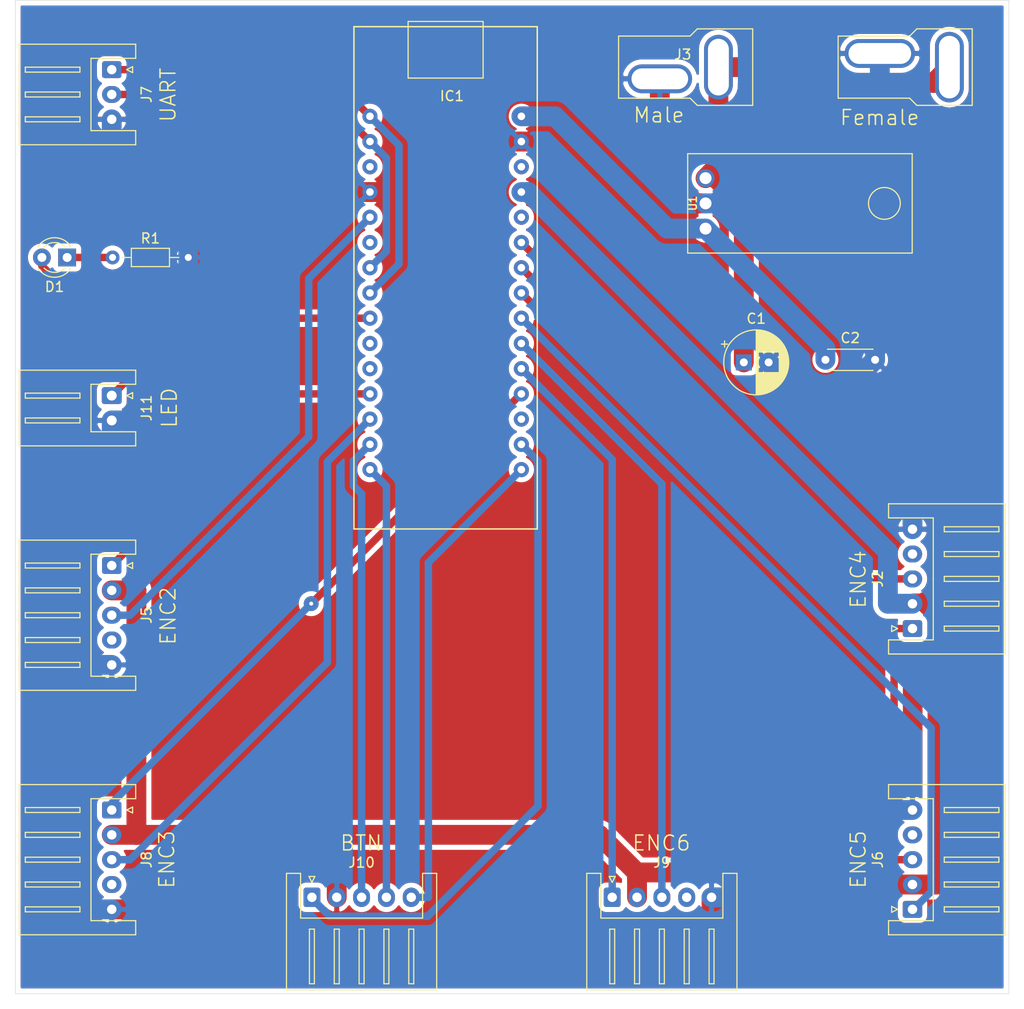
<source format=kicad_pcb>
(kicad_pcb (version 20171130) (host pcbnew "(5.1.0)-1")
  (layers (0 F.Cu signal) (31 B.Cu signal) (34 B.Paste user) (35 F.Paste user) (36 B.SilkS user) (37 F.SilkS user) (38 B.Mask user) (39 F.Mask user) (44 Edge.Cuts user))
  (net 0 "")
  (net 1 +BATT)
  (net 2 GND)
  (net 3 5v_in)
  (net 4 "Net-(D1-Pad1)")
  (net 5 led1)
  (net 6 3a)
  (net 7 2b)
  (net 8 "Net-(IC1-Pad26)")
  (net 9 "Net-(IC1-Pad25)")
  (net 10 uart_tx)
  (net 11 uart_rx)
  (net 12 "Net-(IC1-Pad21)")
  (net 13 2a)
  (net 14 "Net-(IC1-Pad18)")
  (net 15 +3V3)
  (net 16 "Net-(IC1-Pad13)")
  (net 17 3b)
  (net 18 6b)
  (net 19 6a)
  (net 20 5b)
  (net 21 "Net-(IC1-Pad3)")
  (net 22 5a)
  (net 23 4b)
  (net 24 4a)
  (net 25 "Net-(IC1-Pad5)")
  (net 26 5v_out)
  (net 27 "Net-(J2-Pad4)")
  (net 28 "Net-(J5-Pad4)")
  (net 29 "Net-(J6-Pad4)")
  (net 30 "Net-(J8-Pad4)")
  (net 31 "Net-(J9-Pad4)")
  (net 32 bt2)
  (net 33 bt1)
  (net 34 bt3)
  (module Capacitor_THT:CP_Radial_D6.3mm_P2.50mm (layer F.Cu) (at 165.521 93.472)
    (fp_text reference C1 (at 1.25 -4.4) (layer F.SilkS))
    (fp_text value CP1)
    (pad 1 thru_hole rect (at 0 0) (size 1.6 1.6) (drill 0.8) (layers *.Cu *.Mask) (net 1 +BATT))
    (pad 2 thru_hole circle (at 2.5 0) (size 1.6 1.6) (drill 0.8) (layers *.Cu *.Mask) (net 2 GND))
  )
  (module Capacitor_THT:C_Disc_D4.3mm_W1.9mm_P5.00mm (layer F.Cu) (at 173.736 93.218)
    (fp_text reference C2 (at 2.5 -2.2) (layer F.SilkS))
    (fp_text value C)
    (pad 1 thru_hole circle (at 0 0) (size 1.6 1.6) (drill 0.8) (layers *.Cu *.Mask) (net 3 5v_in))
    (pad 2 thru_hole circle (at 5 0) (size 1.6 1.6) (drill 0.8) (layers *.Cu *.Mask) (net 2 GND))
  )
  (module LED_THT:LED_D3.0mm (layer F.Cu) (at 97.409 82.9138 180)
    (fp_text reference D1 (at 1.27 -2.96 180) (layer F.SilkS))
    (fp_text value LED)
    (pad 1 thru_hole rect (at 0 0 180) (size 1.8 1.8) (drill 0.9) (layers *.Cu *.Mask) (net 4 "Net-(D1-Pad1)"))
    (pad 2 thru_hole circle (at 2.54 0 180) (size 1.8 1.8) (drill 0.9) (layers *.Cu *.Mask) (net 5 led1))
  )
  (module NUCLEO3:NUCLEO-F303K8 (layer F.Cu) (at 143.129 68.707)
    (fp_text reference IC1 (at -6.985 -2.04) (layer F.SilkS))
    (fp_text value NUCLEO-F303K8)
    (pad 30 thru_hole circle (at -15.24 35.56) (size 1.524 1.524) (drill 0.762) (layers *.Cu *.Mask) (net 32 bt2))
    (pad 29 thru_hole circle (at -15.24 33.02) (size 1.524 1.524) (drill 0.762) (layers *.Cu *.Mask) (net 33 bt1))
    (pad 28 thru_hole circle (at -15.24 30.48) (size 1.524 1.524) (drill 0.762) (layers *.Cu *.Mask) (net 6 3a))
    (pad 27 thru_hole circle (at -15.24 27.94) (size 1.524 1.524) (drill 0.762) (layers *.Cu *.Mask) (net 7 2b))
    (pad 26 thru_hole circle (at -15.24 25.4) (size 1.524 1.524) (drill 0.762) (layers *.Cu *.Mask) (net 8 "Net-(IC1-Pad26)"))
    (pad 25 thru_hole circle (at -15.24 22.86) (size 1.524 1.524) (drill 0.762) (layers *.Cu *.Mask) (net 9 "Net-(IC1-Pad25)"))
    (pad 24 thru_hole circle (at -15.24 20.32) (size 1.524 1.524) (drill 0.762) (layers *.Cu *.Mask) (net 5 led1))
    (pad 23 thru_hole circle (at -15.24 17.78) (size 1.524 1.524) (drill 0.762) (layers *.Cu *.Mask) (net 10 uart_tx))
    (pad 22 thru_hole circle (at -15.24 15.24) (size 1.524 1.524) (drill 0.762) (layers *.Cu *.Mask) (net 11 uart_rx))
    (pad 21 thru_hole circle (at -15.24 12.7) (size 1.524 1.524) (drill 0.762) (layers *.Cu *.Mask) (net 12 "Net-(IC1-Pad21)"))
    (pad 20 thru_hole circle (at -15.24 10.16) (size 1.524 1.524) (drill 0.762) (layers *.Cu *.Mask) (net 13 2a))
    (pad 18 thru_hole circle (at -15.24 5.08) (size 1.524 1.524) (drill 0.762) (layers *.Cu *.Mask) (net 14 "Net-(IC1-Pad18)"))
    (pad 17 thru_hole circle (at -15.24 2.54) (size 1.524 1.524) (drill 0.762) (layers *.Cu *.Mask) (net 11 uart_rx))
    (pad 16 thru_hole circle (at -15.24 0) (size 1.524 1.524) (drill 0.762) (layers *.Cu *.Mask) (net 10 uart_tx))
    (pad 15 thru_hole circle (at 0 35.56) (size 1.524 1.524) (drill 0.762) (layers *.Cu *.Mask) (net 34 bt3))
    (pad 14 thru_hole circle (at 0 33.02) (size 1.524 1.524) (drill 0.762) (layers *.Cu *.Mask) (net 15 +3V3))
    (pad 13 thru_hole circle (at 0 30.48) (size 1.524 1.524) (drill 0.762) (layers *.Cu *.Mask) (net 16 "Net-(IC1-Pad13)"))
    (pad 12 thru_hole circle (at 0 27.94) (size 1.524 1.524) (drill 0.762) (layers *.Cu *.Mask) (net 17 3b))
    (pad 11 thru_hole circle (at 0 25.4) (size 1.524 1.524) (drill 0.762) (layers *.Cu *.Mask) (net 18 6b))
    (pad 10 thru_hole circle (at 0 22.86) (size 1.524 1.524) (drill 0.762) (layers *.Cu *.Mask) (net 19 6a))
    (pad 9 thru_hole circle (at 0 20.32) (size 1.524 1.524) (drill 0.762) (layers *.Cu *.Mask) (net 20 5b))
    (pad 1 thru_hole circle (at 0 0) (size 1.524 1.524) (drill 0.762) (layers *.Cu *.Mask) (net 3 5v_in))
    (pad 2 thru_hole circle (at 0 2.54) (size 1.524 1.524) (drill 0.762) (layers *.Cu *.Mask) (net 2 GND))
    (pad 3 thru_hole circle (at 0 5.08) (size 1.524 1.524) (drill 0.762) (layers *.Cu *.Mask) (net 21 "Net-(IC1-Pad3)"))
    (pad 8 thru_hole circle (at 0 17.78) (size 1.524 1.524) (drill 0.762) (layers *.Cu *.Mask) (net 22 5a))
    (pad 7 thru_hole circle (at 0 15.24) (size 1.524 1.524) (drill 0.762) (layers *.Cu *.Mask) (net 23 4b))
    (pad 6 thru_hole circle (at 0 12.7) (size 1.524 1.524) (drill 0.762) (layers *.Cu *.Mask) (net 24 4a))
    (pad 5 thru_hole circle (at 0 10.16) (size 1.524 1.524) (drill 0.762) (layers *.Cu *.Mask) (net 25 "Net-(IC1-Pad5)"))
    (pad 4 thru_hole circle (at 0 7.62) (size 1.524 1.524) (drill 0.762) (layers *.Cu *.Mask) (net 26 5v_out))
    (pad 19 thru_hole circle (at -15.24 7.62) (size 1.524 1.524) (drill 0.762) (layers *.Cu *.Mask) (net 2 GND))
  )
  (module Connector_JST:JST_XH_S5B-XH-A_1x05_P2.50mm_Horizontal (layer F.Cu) (at 182.499 120.269 90)
    (fp_text reference J2 (at 5 -3.5 90) (layer F.SilkS))
    (fp_text value Conn_01x05_Male)
    (pad 1 thru_hole roundrect (at 0 0 90) (size 1.7 1.95) (drill 0.95) (layers *.Cu *.Mask) (roundrect_rratio 0.147059) (net 23 4b))
    (pad 2 thru_hole oval (at 2.5 0 90) (size 1.7 1.95) (drill 0.95) (layers *.Cu *.Mask) (net 26 5v_out))
    (pad 3 thru_hole oval (at 5 0 90) (size 1.7 1.95) (drill 0.95) (layers *.Cu *.Mask) (net 24 4a))
    (pad 4 thru_hole oval (at 7.5 0 90) (size 1.7 1.95) (drill 0.95) (layers *.Cu *.Mask) (net 27 "Net-(J2-Pad4)"))
    (pad 5 thru_hole oval (at 10 0 90) (size 1.7 1.95) (drill 0.95) (layers *.Cu *.Mask) (net 2 GND))
  )
  (module Connector_T:Connector_T_Male (layer F.Cu) (at 164.465 63.754 180)
    (fp_text reference J3 (at 5.08 1.27 180) (layer F.SilkS))
    (fp_text value Conn_01x02_Male)
    (pad 2 thru_hole oval (at 7.4 -1.175 180) (size 6.5 2.9) (drill oval 5.7 2.1) (layers *.Cu *.Mask) (net 2 GND))
    (pad 1 thru_hole oval (at 1.5 0 180) (size 2.9 6.5) (drill oval 2.1 5.7) (layers *.Cu *.Mask) (net 1 +BATT))
  )
  (module Connector_T:Connector_T_Female (layer F.Cu) (at 186.563 63.754 180)
    (fp_text reference J4 (at 5.08 1.27 180) (layer F.SilkS))
    (fp_text value Conn_01x02_Female)
    (pad 1 thru_hole oval (at 0.35 0 180) (size 2.9 7.1) (drill oval 2.1 6.3) (layers *.Cu *.Mask) (net 1 +BATT))
    (pad 2 thru_hole oval (at 7.35 1.375 180) (size 7.1 2.9) (drill oval 6.3 2.1) (layers *.Cu *.Mask) (net 2 GND))
  )
  (module Connector_JST:JST_XH_S5B-XH-A_1x05_P2.50mm_Horizontal (layer F.Cu) (at 101.899 113.925 270)
    (fp_text reference J5 (at 5 -3.5 270) (layer F.SilkS))
    (fp_text value Conn_01x05_Male)
    (pad 5 thru_hole oval (at 10 0 270) (size 1.7 1.95) (drill 0.95) (layers *.Cu *.Mask) (net 2 GND))
    (pad 4 thru_hole oval (at 7.5 0 270) (size 1.7 1.95) (drill 0.95) (layers *.Cu *.Mask) (net 28 "Net-(J5-Pad4)"))
    (pad 3 thru_hole oval (at 5 0 270) (size 1.7 1.95) (drill 0.95) (layers *.Cu *.Mask) (net 13 2a))
    (pad 2 thru_hole oval (at 2.5 0 270) (size 1.7 1.95) (drill 0.95) (layers *.Cu *.Mask) (net 26 5v_out))
    (pad 1 thru_hole roundrect (at 0 0 270) (size 1.7 1.95) (drill 0.95) (layers *.Cu *.Mask) (roundrect_rratio 0.147059) (net 7 2b))
  )
  (module Connector_JST:JST_XH_S5B-XH-A_1x05_P2.50mm_Horizontal (layer F.Cu) (at 182.499 148.531 90)
    (fp_text reference J6 (at 5 -3.5 90) (layer F.SilkS))
    (fp_text value Conn_01x05_Male)
    (pad 5 thru_hole oval (at 10 0 90) (size 1.7 1.95) (drill 0.95) (layers *.Cu *.Mask) (net 2 GND))
    (pad 4 thru_hole oval (at 7.5 0 90) (size 1.7 1.95) (drill 0.95) (layers *.Cu *.Mask) (net 29 "Net-(J6-Pad4)"))
    (pad 3 thru_hole oval (at 5 0 90) (size 1.7 1.95) (drill 0.95) (layers *.Cu *.Mask) (net 22 5a))
    (pad 2 thru_hole oval (at 2.5 0 90) (size 1.7 1.95) (drill 0.95) (layers *.Cu *.Mask) (net 26 5v_out))
    (pad 1 thru_hole roundrect (at 0 0 90) (size 1.7 1.95) (drill 0.95) (layers *.Cu *.Mask) (roundrect_rratio 0.147059) (net 20 5b))
  )
  (module Connector_JST:JST_XH_S3B-XH-A_1x03_P2.50mm_Horizontal (layer F.Cu) (at 101.899 64.008 270)
    (fp_text reference J7 (at 2.5 -3.5 270) (layer F.SilkS))
    (fp_text value Conn_01x03_Male)
    (pad 1 thru_hole roundrect (at 0 0 270) (size 1.7 1.95) (drill 0.95) (layers *.Cu *.Mask) (roundrect_rratio 0.147059) (net 10 uart_tx))
    (pad 2 thru_hole oval (at 2.5 0 270) (size 1.7 1.95) (drill 0.95) (layers *.Cu *.Mask) (net 11 uart_rx))
    (pad 3 thru_hole oval (at 5 0 270) (size 1.7 1.95) (drill 0.95) (layers *.Cu *.Mask) (net 2 GND))
  )
  (module Connector_JST:JST_XH_S5B-XH-A_1x05_P2.50mm_Horizontal (layer F.Cu) (at 101.899 138.531 270)
    (fp_text reference J8 (at 5 -3.5 270) (layer F.SilkS))
    (fp_text value Conn_01x05_Male)
    (pad 1 thru_hole roundrect (at 0 0 270) (size 1.7 1.95) (drill 0.95) (layers *.Cu *.Mask) (roundrect_rratio 0.147059) (net 17 3b))
    (pad 2 thru_hole oval (at 2.5 0 270) (size 1.7 1.95) (drill 0.95) (layers *.Cu *.Mask) (net 26 5v_out))
    (pad 3 thru_hole oval (at 5 0 270) (size 1.7 1.95) (drill 0.95) (layers *.Cu *.Mask) (net 6 3a))
    (pad 4 thru_hole oval (at 7.5 0 270) (size 1.7 1.95) (drill 0.95) (layers *.Cu *.Mask) (net 30 "Net-(J8-Pad4)"))
    (pad 5 thru_hole oval (at 10 0 270) (size 1.7 1.95) (drill 0.95) (layers *.Cu *.Mask) (net 2 GND))
  )
  (module Connector_JST:JST_XH_S5B-XH-A_1x05_P2.50mm_Horizontal (layer F.Cu) (at 152.273 147.32)
    (fp_text reference J9 (at 5 -3.5) (layer F.SilkS))
    (fp_text value Conn_01x05_Male)
    (pad 5 thru_hole oval (at 10 0) (size 1.7 1.95) (drill 0.95) (layers *.Cu *.Mask) (net 2 GND))
    (pad 4 thru_hole oval (at 7.5 0) (size 1.7 1.95) (drill 0.95) (layers *.Cu *.Mask) (net 31 "Net-(J9-Pad4)"))
    (pad 3 thru_hole oval (at 5 0) (size 1.7 1.95) (drill 0.95) (layers *.Cu *.Mask) (net 19 6a))
    (pad 2 thru_hole oval (at 2.5 0) (size 1.7 1.95) (drill 0.95) (layers *.Cu *.Mask) (net 26 5v_out))
    (pad 1 thru_hole roundrect (at 0 0) (size 1.7 1.95) (drill 0.95) (layers *.Cu *.Mask) (roundrect_rratio 0.147059) (net 18 6b))
  )
  (module Resistor_THT:R_Axial_DIN0204_L3.6mm_D1.6mm_P7.62mm_Horizontal (layer F.Cu) (at 101.981 82.9138)
    (fp_text reference R1 (at 3.81 -1.92) (layer F.SilkS))
    (fp_text value R)
    (pad 1 thru_hole circle (at 0 0) (size 1.4 1.4) (drill 0.7) (layers *.Cu *.Mask) (net 4 "Net-(D1-Pad1)"))
    (pad 2 thru_hole oval (at 7.62 0) (size 1.4 1.4) (drill 0.7) (layers *.Cu *.Mask) (net 2 GND))
  )
  (module Regulator:NJM7805FA (layer F.Cu) (at 161.671 74.93 90)
    (fp_text reference U1 (at -2.54 -1.27 90) (layer F.SilkS) (effects (font (size 0.75 0.75))))
    (fp_text value L7805)
    (pad 1 thru_hole circle (at 0 0 90) (size 1.8 1.8) (drill 1.2) (layers *.Cu *.Mask) (net 1 +BATT))
    (pad 2 thru_hole circle (at -2.54 0 90) (size 1.8 1.8) (drill 1.2) (layers *.Cu *.Mask) (net 2 GND))
    (pad 3 thru_hole circle (at -5.08 0 90) (size 1.8 1.8) (drill 1.2) (layers *.Cu *.Mask) (net 3 5v_in))
  )
  (module Connector_JST:JST_XH_S5B-XH-A_1x05_P2.50mm_Horizontal (layer F.Cu) (at 122.047 147.32)
    (fp_text reference J10 (at 5 -3.5) (layer F.SilkS))
    (fp_text value Conn_01x05_Male)
    (pad 1 thru_hole roundrect (at 0 0) (size 1.7 1.95) (drill 0.95) (layers *.Cu *.Mask) (roundrect_rratio 0.147059) (net 15 +3V3))
    (pad 2 thru_hole oval (at 2.5 0) (size 1.7 1.95) (drill 0.95) (layers *.Cu *.Mask) (net 2 GND))
    (pad 3 thru_hole oval (at 5 0) (size 1.7 1.95) (drill 0.95) (layers *.Cu *.Mask) (net 33 bt1))
    (pad 4 thru_hole oval (at 7.5 0) (size 1.7 1.95) (drill 0.95) (layers *.Cu *.Mask) (net 32 bt2))
    (pad 5 thru_hole oval (at 10 0) (size 1.7 1.95) (drill 0.95) (layers *.Cu *.Mask) (net 34 bt3))
  )
  (module Connector_JST:JST_XH_S2B-XH-A_1x02_P2.50mm_Horizontal (layer F.Cu) (at 101.899 96.8195 270)
    (fp_text reference J11 (at 1.25 -3.5 270) (layer F.SilkS))
    (fp_text value Conn_01x02_Male)
    (pad 1 thru_hole roundrect (at 0 0 270) (size 1.7 2) (drill 1) (layers *.Cu *.Mask) (roundrect_rratio 0.147059) (net 5 led1))
    (pad 2 thru_hole oval (at 2.5 0 270) (size 1.7 2) (drill 1) (layers *.Cu *.Mask) (net 2 GND))
  )
  (gr_text Female (at 179.197 68.834) (layer F.SilkS) (effects (font (size 1.5 1.5))))
  (gr_text Male (at 156.972 68.58) (layer F.SilkS) (effects (font (size 1.5 1.5))))
  (gr_text UART (at 107.569 66.548 90) (layer F.SilkS) (effects (font (size 1.5 1.5))))
  (gr_text LED (at 107.696 98.044 90) (layer F.SilkS) (effects (font (size 1.5 1.5))))
  (gr_text ENC2 (at 107.569 118.999 90) (layer F.SilkS) (effects (font (size 1.5 1.5))))
  (gr_text ENC3 (at 107.442 143.51 90) (layer F.SilkS) (effects (font (size 1.5 1.5))))
  (gr_text BTN (at 127 141.859) (layer F.SilkS) (effects (font (size 1.5 1.5))))
  (gr_text ENC6 (at 157.226 141.859) (layer F.SilkS) (effects (font (size 1.5 1.5))))
  (gr_text ENC5 (at 177.038 143.51 90) (layer F.SilkS) (effects (font (size 1.5 1.5))))
  (gr_text ENC4 (at 177.038 115.316 90) (layer F.SilkS) (effects (font (size 1.5 1.5))))
  (gr_line (start 192.199 157.023) (end 192.199 57.023) (layer Edge.Cuts) (width 0.05))
  (gr_line (start 192.199 157.023) (end 92.199 157.023) (layer Edge.Cuts) (width 0.05))
  (gr_line (start 92.202 57.023) (end 192.202 57.023) (layer Edge.Cuts) (width 0.05))
  (gr_line (start 92.199 57.023) (end 92.199 157.023) (layer Edge.Cuts) (width 0.05))
  (segment (start 162.1878 74.4132) (end 162.965 73.636) (width 2) (layer F.Cu) (net 1))
  (segment (start 162.965 73.636) (end 162.965 63.754) (width 2) (layer F.Cu) (net 1))
  (segment (start 161.671 74.93) (end 162.1878 74.4132) (width 2) (layer F.Cu) (net 1))
  (segment (start 162.1878 74.4132) (end 165.521 77.7464) (width 2) (layer F.Cu) (net 1))
  (segment (start 165.521 77.7464) (end 165.521 93.472) (width 2) (layer F.Cu) (net 1))
  (segment (start 162.965 63.754) (end 165.9153 63.754) (width 2) (layer F.Cu) (net 1))
  (segment (start 186.213 63.754) (end 184.6272 65.3398) (width 2) (layer F.Cu) (net 1))
  (segment (start 184.6272 65.3398) (end 167.5011 65.3398) (width 2) (layer F.Cu) (net 1))
  (segment (start 167.5011 65.3398) (end 165.9153 63.754) (width 2) (layer F.Cu) (net 1))
  (segment (start 182.499 110.269) (end 182.499 107.9187) (width 2) (layer B.Cu) (net 2))
  (segment (start 176.2356 95.7184) (end 170.2674 95.7184) (width 2) (layer B.Cu) (net 2))
  (segment (start 170.2674 95.7184) (end 168.021 93.472) (width 2) (layer B.Cu) (net 2))
  (segment (start 178.736 93.218) (end 176.2356 95.7184) (width 2) (layer B.Cu) (net 2))
  (segment (start 182.499 107.9187) (end 176.2356 101.6553) (width 2) (layer B.Cu) (net 2))
  (segment (start 176.2356 101.6553) (end 176.2356 95.7184) (width 2) (layer B.Cu) (net 2))
  (segment (start 167.0723 77.47) (end 178.736 89.1337) (width 2) (layer B.Cu) (net 2))
  (segment (start 178.736 89.1337) (end 178.736 93.218) (width 2) (layer B.Cu) (net 2))
  (segment (start 167.0723 77.47) (end 179.213 65.3293) (width 2) (layer B.Cu) (net 2))
  (segment (start 161.671 77.47) (end 167.0723 77.47) (width 2) (layer B.Cu) (net 2))
  (segment (start 179.213 62.379) (end 179.213 65.3293) (width 2) (layer B.Cu) (net 2))
  (segment (start 154.9488 71.247) (end 154.9488 69.9955) (width 2) (layer F.Cu) (net 2))
  (segment (start 154.9488 69.9955) (end 157.065 67.8793) (width 2) (layer F.Cu) (net 2))
  (segment (start 161.671 77.47) (end 160.6724 77.47) (width 2) (layer F.Cu) (net 2))
  (segment (start 160.6724 77.47) (end 154.9488 71.7464) (width 2) (layer F.Cu) (net 2))
  (segment (start 154.9488 71.7464) (end 154.9488 71.247) (width 2) (layer F.Cu) (net 2))
  (segment (start 143.129 71.247) (end 154.9488 71.247) (width 2) (layer F.Cu) (net 2))
  (segment (start 157.065 64.929) (end 157.065 67.8793) (width 2) (layer F.Cu) (net 2))
  (segment (start 127.889 76.327) (end 130.8644 76.327) (width 2) (layer F.Cu) (net 2))
  (segment (start 130.8644 76.327) (end 135.9444 71.247) (width 2) (layer F.Cu) (net 2))
  (segment (start 135.9444 71.247) (end 143.129 71.247) (width 2) (layer F.Cu) (net 2))
  (segment (start 109.601 82.9138) (end 111.8013 82.9138) (width 2) (layer F.Cu) (net 2))
  (segment (start 111.8013 82.9138) (end 118.3881 76.327) (width 2) (layer F.Cu) (net 2))
  (segment (start 118.3881 76.327) (end 127.889 76.327) (width 2) (layer F.Cu) (net 2))
  (segment (start 162.273 149.7953) (end 162.2437 149.8246) (width 2) (layer F.Cu) (net 2))
  (segment (start 162.2437 149.8246) (end 146.9643 149.8246) (width 2) (layer F.Cu) (net 2))
  (segment (start 146.9643 149.8246) (end 141.9844 144.8447) (width 2) (layer F.Cu) (net 2))
  (segment (start 141.9844 144.8447) (end 124.547 144.8447) (width 2) (layer F.Cu) (net 2))
  (segment (start 162.273 147.32) (end 162.273 149.7953) (width 2) (layer F.Cu) (net 2))
  (segment (start 124.547 144.8447) (end 124.5104 144.8081) (width 2) (layer F.Cu) (net 2))
  (segment (start 124.5104 144.8081) (end 120.3261 144.8081) (width 2) (layer F.Cu) (net 2))
  (segment (start 120.3261 144.8081) (end 116.6032 148.531) (width 2) (layer F.Cu) (net 2))
  (segment (start 116.6032 148.531) (end 101.899 148.531) (width 2) (layer F.Cu) (net 2))
  (segment (start 124.547 147.32) (end 124.547 144.8447) (width 2) (layer F.Cu) (net 2))
  (segment (start 101.899 99.3195) (end 104.3993 99.3195) (width 2) (layer B.Cu) (net 2))
  (segment (start 109.601 82.9138) (end 109.601 94.1178) (width 2) (layer B.Cu) (net 2))
  (segment (start 109.601 94.1178) (end 104.3993 99.3195) (width 2) (layer B.Cu) (net 2))
  (segment (start 101.899 71.3583) (end 109.601 79.0603) (width 2) (layer B.Cu) (net 2))
  (segment (start 109.601 79.0603) (end 109.601 82.9138) (width 2) (layer B.Cu) (net 2))
  (segment (start 101.899 99.3195) (end 101.899 101.6698) (width 2) (layer B.Cu) (net 2))
  (segment (start 101.899 101.6698) (end 99.4226 104.1462) (width 2) (layer B.Cu) (net 2))
  (segment (start 99.4226 104.1462) (end 99.4226 123.9239) (width 2) (layer B.Cu) (net 2))
  (segment (start 99.4226 123.9239) (end 99.4237 123.925) (width 2) (layer B.Cu) (net 2))
  (segment (start 101.899 148.531) (end 99.4237 148.531) (width 2) (layer B.Cu) (net 2))
  (segment (start 99.4237 148.531) (end 99.339 148.4463) (width 2) (layer B.Cu) (net 2))
  (segment (start 99.339 148.4463) (end 99.339 124.0097) (width 2) (layer B.Cu) (net 2))
  (segment (start 99.339 124.0097) (end 99.4237 123.925) (width 2) (layer B.Cu) (net 2))
  (segment (start 162.273 147.32) (end 164.6233 147.32) (width 2) (layer B.Cu) (net 2))
  (segment (start 164.6233 147.32) (end 173.4123 138.531) (width 2) (layer B.Cu) (net 2))
  (segment (start 173.4123 138.531) (end 182.499 138.531) (width 2) (layer B.Cu) (net 2))
  (segment (start 101.899 69.008) (end 101.899 71.3583) (width 2) (layer B.Cu) (net 2))
  (segment (start 101.899 123.925) (end 99.4237 123.925) (width 2) (layer B.Cu) (net 2))
  (segment (start 143.129 68.707) (end 146.5093 68.707) (width 2) (layer B.Cu) (net 3))
  (segment (start 146.5093 68.707) (end 157.8123 80.01) (width 2) (layer B.Cu) (net 3))
  (segment (start 157.8123 80.01) (end 161.671 80.01) (width 2) (layer B.Cu) (net 3))
  (segment (start 161.671 80.01) (end 173.736 92.075) (width 2) (layer B.Cu) (net 3))
  (segment (start 173.736 92.075) (end 173.736 93.218) (width 2) (layer B.Cu) (net 3))
  (segment (start 97.409 82.9138) (end 101.9638 82.9138) (width 0.75) (layer F.Cu) (net 4))
  (segment (start 101.9638 82.9138) (end 101.981 82.931) (width 0.75) (layer F.Cu) (net 4))
  (segment (start 104.3098 94.4087) (end 101.899 96.8195) (width 0.75) (layer F.Cu) (net 5))
  (segment (start 127.889 89.027) (end 109.6915 89.027) (width 0.75) (layer F.Cu) (net 5))
  (segment (start 104.827948 93.70775) (end 105.01075 93.70775) (width 0.75) (layer F.Cu) (net 5))
  (segment (start 94.869 83.748802) (end 104.827948 93.70775) (width 0.75) (layer F.Cu) (net 5))
  (segment (start 94.869 82.9138) (end 94.869 83.748802) (width 0.75) (layer F.Cu) (net 5))
  (segment (start 109.6915 89.027) (end 105.01075 93.70775) (width 0.75) (layer F.Cu) (net 5))
  (segment (start 105.01075 93.70775) (end 104.3098 94.4087) (width 0.75) (layer F.Cu) (net 5))
  (segment (start 103.7493 143.531) (end 123.6034 123.6769) (width 0.75) (layer B.Cu) (net 6))
  (segment (start 123.6034 123.6769) (end 123.6034 103.4726) (width 0.75) (layer B.Cu) (net 6))
  (segment (start 123.6034 103.4726) (end 127.889 99.187) (width 0.75) (layer B.Cu) (net 6))
  (segment (start 101.899 143.531) (end 103.7493 143.531) (width 0.75) (layer B.Cu) (net 6))
  (segment (start 101.899 113.925) (end 119.177 96.647) (width 0.75) (layer F.Cu) (net 7))
  (segment (start 119.177 96.647) (end 127.889 96.647) (width 0.75) (layer F.Cu) (net 7))
  (segment (start 127.889 86.487) (end 130.8107 83.5653) (width 0.75) (layer B.Cu) (net 10))
  (segment (start 130.8107 83.5653) (end 130.8107 71.6287) (width 0.75) (layer B.Cu) (net 10))
  (segment (start 130.8107 71.6287) (end 127.889 68.707) (width 0.75) (layer B.Cu) (net 10))
  (segment (start 101.899 64.008) (end 123.19 64.008) (width 0.75) (layer F.Cu) (net 10))
  (segment (start 123.19 64.008) (end 127.889 68.707) (width 0.75) (layer F.Cu) (net 10))
  (segment (start 127.889 71.247) (end 129.5434 72.9014) (width 0.75) (layer B.Cu) (net 11))
  (segment (start 129.5434 72.9014) (end 129.5434 82.2926) (width 0.75) (layer B.Cu) (net 11))
  (segment (start 129.5434 82.2926) (end 127.889 83.947) (width 0.75) (layer B.Cu) (net 11))
  (segment (start 101.899 66.508) (end 123.15 66.508) (width 0.75) (layer F.Cu) (net 11))
  (segment (start 123.15 66.508) (end 127.889 71.247) (width 0.75) (layer F.Cu) (net 11))
  (segment (start 101.899 118.925) (end 103.7493 118.925) (width 0.75) (layer B.Cu) (net 13))
  (segment (start 103.7493 118.925) (end 121.7218 100.9525) (width 0.75) (layer B.Cu) (net 13))
  (segment (start 121.7218 100.9525) (end 121.7218 85.0342) (width 0.75) (layer B.Cu) (net 13))
  (segment (start 121.7218 85.0342) (end 127.889 78.867) (width 0.75) (layer B.Cu) (net 13))
  (segment (start 122.047 147.32) (end 122.047 147.4377) (width 0.75) (layer B.Cu) (net 15))
  (segment (start 122.047 147.4377) (end 123.8343 149.225) (width 0.75) (layer B.Cu) (net 15))
  (segment (start 123.8343 149.225) (end 133.7048 149.225) (width 0.75) (layer B.Cu) (net 15))
  (segment (start 133.7048 149.225) (end 144.8021 138.1277) (width 0.75) (layer B.Cu) (net 15))
  (segment (start 144.8021 138.1277) (end 144.8021 103.4001) (width 0.75) (layer B.Cu) (net 15))
  (segment (start 144.8021 103.4001) (end 143.129 101.727) (width 0.75) (layer B.Cu) (net 15))
  (segment (start 121.9781 117.7584) (end 143.0895 96.647) (width 0.75) (layer F.Cu) (net 17))
  (segment (start 143.0895 96.647) (end 143.129 96.647) (width 0.75) (layer F.Cu) (net 17))
  (segment (start 101.899 138.531) (end 101.899 137.8375) (width 0.75) (layer B.Cu) (net 17))
  (segment (start 101.899 137.8375) (end 121.9781 117.7584) (width 0.75) (layer B.Cu) (net 17))
  (via (at 121.9781 117.7584) (size 1.5) (layers F.Cu B.Cu) (net 17))
  (segment (start 152.273 147.32) (end 152.273 103.251) (width 0.75) (layer B.Cu) (net 18))
  (segment (start 152.273 103.251) (end 143.129 94.107) (width 0.75) (layer B.Cu) (net 18))
  (segment (start 157.273 147.32) (end 157.273 105.711) (width 0.75) (layer B.Cu) (net 19))
  (segment (start 157.273 105.711) (end 143.129 91.567) (width 0.75) (layer B.Cu) (net 19))
  (segment (start 182.499 148.531) (end 182.5918 148.531) (width 0.75) (layer B.Cu) (net 20))
  (segment (start 182.5918 148.531) (end 184.3764 146.7464) (width 0.75) (layer B.Cu) (net 20))
  (segment (start 184.3764 146.7464) (end 184.3764 130.2744) (width 0.75) (layer B.Cu) (net 20))
  (segment (start 184.3764 130.2744) (end 143.129 89.027) (width 0.75) (layer B.Cu) (net 20))
  (segment (start 182.499 143.531) (end 180.6487 143.531) (width 0.75) (layer F.Cu) (net 22))
  (segment (start 180.6487 143.531) (end 180.6487 124.0067) (width 0.75) (layer F.Cu) (net 22))
  (segment (start 180.6487 124.0067) (end 143.129 86.487) (width 0.75) (layer F.Cu) (net 22))
  (segment (start 182.499 120.269) (end 179.451 120.269) (width 0.75) (layer F.Cu) (net 23))
  (segment (start 179.451 120.269) (end 143.129 83.947) (width 0.75) (layer F.Cu) (net 23))
  (segment (start 182.499 115.269) (end 176.991 115.269) (width 0.75) (layer F.Cu) (net 24))
  (segment (start 176.991 115.269) (end 143.129 81.407) (width 0.75) (layer F.Cu) (net 24))
  (segment (start 182.499 117.769) (end 180.0237 117.769) (width 2) (layer B.Cu) (net 26))
  (segment (start 143.129 76.327) (end 143.8183 76.327) (width 2) (layer B.Cu) (net 26))
  (segment (start 143.8183 76.327) (end 180.0237 112.5324) (width 2) (layer B.Cu) (net 26))
  (segment (start 180.0237 112.5324) (end 180.0237 117.769) (width 2) (layer B.Cu) (net 26))
  (segment (start 182.499 146.031) (end 184.9743 146.031) (width 2) (layer F.Cu) (net 26))
  (segment (start 183.7241 117.5933) (end 185.018 118.8872) (width 2) (layer F.Cu) (net 26))
  (segment (start 185.018 118.8872) (end 185.018 145.9873) (width 2) (layer F.Cu) (net 26))
  (segment (start 185.018 145.9873) (end 184.9743 146.031) (width 2) (layer F.Cu) (net 26))
  (segment (start 183.7241 117.5933) (end 182.6747 117.5933) (width 1.6998) (layer F.Cu) (net 26))
  (segment (start 182.6747 117.5933) (end 182.499 117.769) (width 1.6998) (layer F.Cu) (net 26))
  (segment (start 101.899 116.425) (end 104.3743 116.425) (width 2) (layer F.Cu) (net 26))
  (segment (start 104.3812 141.031) (end 101.899 141.031) (width 2) (layer F.Cu) (net 26))
  (segment (start 154.773 144.8447) (end 150.9593 141.031) (width 2) (layer F.Cu) (net 26))
  (segment (start 150.9593 141.031) (end 104.3812 141.031) (width 2) (layer F.Cu) (net 26))
  (segment (start 104.3812 141.031) (end 104.3812 116.4319) (width 2) (layer F.Cu) (net 26))
  (segment (start 104.3812 116.4319) (end 104.3743 116.425) (width 2) (layer F.Cu) (net 26))
  (segment (start 182.499 146.031) (end 167.1367 146.031) (width 2) (layer F.Cu) (net 26))
  (segment (start 167.1367 146.031) (end 165.9254 144.8197) (width 2) (layer F.Cu) (net 26))
  (segment (start 165.9254 144.8197) (end 154.798 144.8197) (width 2) (layer F.Cu) (net 26))
  (segment (start 154.798 144.8197) (end 154.773 144.8447) (width 2) (layer F.Cu) (net 26))
  (segment (start 154.773 145.4693) (end 154.773 144.8447) (width 2) (layer F.Cu) (net 26))
  (segment (start 154.773 147.32) (end 154.773 145.4693) (width 2) (layer F.Cu) (net 26))
  (segment (start 129.547 147.32) (end 129.547 105.925) (width 0.75) (layer B.Cu) (net 32))
  (segment (start 129.547 105.925) (end 127.889 104.267) (width 0.75) (layer B.Cu) (net 32))
  (segment (start 127.047 147.32) (end 127.047 106.7044) (width 0.75) (layer B.Cu) (net 33))
  (segment (start 127.047 106.7044) (end 126.2337 105.8911) (width 0.75) (layer B.Cu) (net 33))
  (segment (start 126.2337 105.8911) (end 126.2337 103.3823) (width 0.75) (layer B.Cu) (net 33))
  (segment (start 126.2337 103.3823) (end 127.889 101.727) (width 0.75) (layer B.Cu) (net 33))
  (segment (start 132.047 147.32) (end 133.7723 147.32) (width 0.75) (layer B.Cu) (net 34))
  (segment (start 133.7723 147.32) (end 133.7723 113.6237) (width 0.75) (layer B.Cu) (net 34))
  (segment (start 133.7723 113.6237) (end 143.129 104.267) (width 0.75) (layer B.Cu) (net 34))
  (zone (net 2) (net_name GND) (layer F.Cu) (connect_pads (clearance 0.508)) (min_thickness 0.254) (fill yes (arc_segments 32) (thermal_gap 0.508) (thermal_bridge_width 0.508))
    (polygon (pts (xy 192.278 57.023) (xy 192.278 157.099) (xy 92.202 157.099) (xy 92.202 57.023)))
  )
  (zone (net 2) (net_name GND) (layer B.Cu) (connect_pads (clearance 0.508)) (min_thickness 0.254) (fill yes (arc_segments 32) (thermal_gap 0.508) (thermal_bridge_width 0.508))
    (polygon (pts (xy 192.278 57.023) (xy 192.278 157.099) (xy 92.202 157.099) (xy 92.202 57.023)))
  )
)
</source>
